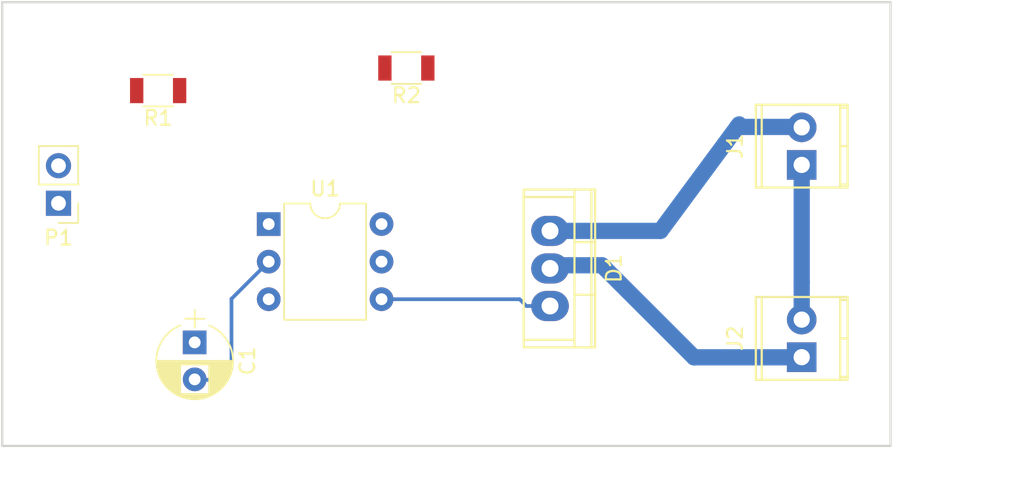
<source format=kicad_pcb>
(kicad_pcb (version 4) (host pcbnew 4.0.5+dfsg1-4)

  (general
    (links 11)
    (no_connects 6)
    (area 54.924999 39.924999 115.075001 70.075001)
    (thickness 1.6)
    (drawings 6)
    (tracks 21)
    (zones 0)
    (modules 8)
    (nets 9)
  )

  (page A4)
  (layers
    (0 F.Cu signal)
    (31 B.Cu jumper)
    (32 B.Adhes user)
    (34 B.Paste user)
    (36 B.SilkS user)
    (38 B.Mask user)
    (40 Dwgs.User user)
    (41 Cmts.User user)
    (42 Eco1.User user)
    (43 Eco2.User user)
    (44 Edge.Cuts user)
    (45 Margin user)
    (46 B.CrtYd user)
    (48 B.Fab user)
  )

  (setup
    (last_trace_width 0.25)
    (trace_clearance 0.2)
    (zone_clearance 0.508)
    (zone_45_only no)
    (trace_min 0.2)
    (segment_width 0.2)
    (edge_width 0.15)
    (via_size 0.6)
    (via_drill 0.4)
    (via_min_size 0.4)
    (via_min_drill 0.3)
    (uvia_size 0.3)
    (uvia_drill 0.1)
    (uvias_allowed no)
    (uvia_min_size 0.2)
    (uvia_min_drill 0.1)
    (pcb_text_width 0.3)
    (pcb_text_size 1.5 1.5)
    (mod_edge_width 0.15)
    (mod_text_size 1 1)
    (mod_text_width 0.15)
    (pad_size 1.524 1.524)
    (pad_drill 0.762)
    (pad_to_mask_clearance 0.2)
    (aux_axis_origin 0 0)
    (visible_elements FFFFFF7F)
    (pcbplotparams
      (layerselection 0x00030_80000001)
      (usegerberextensions false)
      (excludeedgelayer true)
      (linewidth 0.100000)
      (plotframeref false)
      (viasonmask false)
      (mode 1)
      (useauxorigin false)
      (hpglpennumber 1)
      (hpglpenspeed 20)
      (hpglpendiameter 15)
      (hpglpenoverlay 2)
      (psnegative false)
      (psa4output false)
      (plotreference true)
      (plotvalue true)
      (plotinvisibletext false)
      (padsonsilk false)
      (subtractmaskfromsilk false)
      (outputformat 1)
      (mirror false)
      (drillshape 1)
      (scaleselection 1)
      (outputdirectory ""))
  )

  (net 0 "")
  (net 1 "Net-(C1-Pad1)")
  (net 2 "Net-(C1-Pad2)")
  (net 3 "Net-(D1-Pad2)")
  (net 4 "Net-(D1-Pad3)")
  (net 5 "Net-(D1-Pad1)")
  (net 6 "Net-(J1-Pad1)")
  (net 7 "Net-(R1-Pad1)")
  (net 8 "Net-(R2-Pad2)")

  (net_class Default "This is the default net class."
    (clearance 0.2)
    (trace_width 0.25)
    (via_dia 0.6)
    (via_drill 0.4)
    (uvia_dia 0.3)
    (uvia_drill 0.1)
    (add_net "Net-(C1-Pad1)")
    (add_net "Net-(C1-Pad2)")
    (add_net "Net-(D1-Pad2)")
    (add_net "Net-(D1-Pad3)")
    (add_net "Net-(R1-Pad1)")
    (add_net "Net-(R2-Pad2)")
  )

  (net_class 220-10A ""
    (clearance 0.3)
    (trace_width 1.1)
    (via_dia 0.6)
    (via_drill 0.4)
    (uvia_dia 0.3)
    (uvia_drill 0.1)
    (add_net "Net-(D1-Pad1)")
    (add_net "Net-(J1-Pad1)")
  )

  (module Capacitors_THT:CP_Radial_D5.0mm_P2.50mm (layer F.Cu) (tedit 5920C257) (tstamp 596A8562)
    (at 68 63 270)
    (descr "CP, Radial series, Radial, pin pitch=2.50mm, , diameter=5mm, Electrolytic Capacitor")
    (tags "CP Radial series Radial pin pitch 2.50mm  diameter 5mm Electrolytic Capacitor")
    (path /596A7243)
    (fp_text reference C1 (at 1.25 -3.56 270) (layer F.SilkS)
      (effects (font (size 1 1) (thickness 0.15)))
    )
    (fp_text value 10u (at 1.25 3.56 270) (layer F.Fab)
      (effects (font (size 1 1) (thickness 0.15)))
    )
    (fp_text user %R (at 0.775 0 270) (layer F.Fab)
      (effects (font (size 1 1) (thickness 0.15)))
    )
    (fp_line (start -2.2 0) (end -1 0) (layer F.Fab) (width 0.1))
    (fp_line (start -1.6 -0.65) (end -1.6 0.65) (layer F.Fab) (width 0.1))
    (fp_line (start 1.25 -2.55) (end 1.25 2.55) (layer F.SilkS) (width 0.12))
    (fp_line (start 1.29 -2.55) (end 1.29 2.55) (layer F.SilkS) (width 0.12))
    (fp_line (start 1.33 -2.549) (end 1.33 2.549) (layer F.SilkS) (width 0.12))
    (fp_line (start 1.37 -2.548) (end 1.37 2.548) (layer F.SilkS) (width 0.12))
    (fp_line (start 1.41 -2.546) (end 1.41 2.546) (layer F.SilkS) (width 0.12))
    (fp_line (start 1.45 -2.543) (end 1.45 2.543) (layer F.SilkS) (width 0.12))
    (fp_line (start 1.49 -2.539) (end 1.49 2.539) (layer F.SilkS) (width 0.12))
    (fp_line (start 1.53 -2.535) (end 1.53 -0.98) (layer F.SilkS) (width 0.12))
    (fp_line (start 1.53 0.98) (end 1.53 2.535) (layer F.SilkS) (width 0.12))
    (fp_line (start 1.57 -2.531) (end 1.57 -0.98) (layer F.SilkS) (width 0.12))
    (fp_line (start 1.57 0.98) (end 1.57 2.531) (layer F.SilkS) (width 0.12))
    (fp_line (start 1.61 -2.525) (end 1.61 -0.98) (layer F.SilkS) (width 0.12))
    (fp_line (start 1.61 0.98) (end 1.61 2.525) (layer F.SilkS) (width 0.12))
    (fp_line (start 1.65 -2.519) (end 1.65 -0.98) (layer F.SilkS) (width 0.12))
    (fp_line (start 1.65 0.98) (end 1.65 2.519) (layer F.SilkS) (width 0.12))
    (fp_line (start 1.69 -2.513) (end 1.69 -0.98) (layer F.SilkS) (width 0.12))
    (fp_line (start 1.69 0.98) (end 1.69 2.513) (layer F.SilkS) (width 0.12))
    (fp_line (start 1.73 -2.506) (end 1.73 -0.98) (layer F.SilkS) (width 0.12))
    (fp_line (start 1.73 0.98) (end 1.73 2.506) (layer F.SilkS) (width 0.12))
    (fp_line (start 1.77 -2.498) (end 1.77 -0.98) (layer F.SilkS) (width 0.12))
    (fp_line (start 1.77 0.98) (end 1.77 2.498) (layer F.SilkS) (width 0.12))
    (fp_line (start 1.81 -2.489) (end 1.81 -0.98) (layer F.SilkS) (width 0.12))
    (fp_line (start 1.81 0.98) (end 1.81 2.489) (layer F.SilkS) (width 0.12))
    (fp_line (start 1.85 -2.48) (end 1.85 -0.98) (layer F.SilkS) (width 0.12))
    (fp_line (start 1.85 0.98) (end 1.85 2.48) (layer F.SilkS) (width 0.12))
    (fp_line (start 1.89 -2.47) (end 1.89 -0.98) (layer F.SilkS) (width 0.12))
    (fp_line (start 1.89 0.98) (end 1.89 2.47) (layer F.SilkS) (width 0.12))
    (fp_line (start 1.93 -2.46) (end 1.93 -0.98) (layer F.SilkS) (width 0.12))
    (fp_line (start 1.93 0.98) (end 1.93 2.46) (layer F.SilkS) (width 0.12))
    (fp_line (start 1.971 -2.448) (end 1.971 -0.98) (layer F.SilkS) (width 0.12))
    (fp_line (start 1.971 0.98) (end 1.971 2.448) (layer F.SilkS) (width 0.12))
    (fp_line (start 2.011 -2.436) (end 2.011 -0.98) (layer F.SilkS) (width 0.12))
    (fp_line (start 2.011 0.98) (end 2.011 2.436) (layer F.SilkS) (width 0.12))
    (fp_line (start 2.051 -2.424) (end 2.051 -0.98) (layer F.SilkS) (width 0.12))
    (fp_line (start 2.051 0.98) (end 2.051 2.424) (layer F.SilkS) (width 0.12))
    (fp_line (start 2.091 -2.41) (end 2.091 -0.98) (layer F.SilkS) (width 0.12))
    (fp_line (start 2.091 0.98) (end 2.091 2.41) (layer F.SilkS) (width 0.12))
    (fp_line (start 2.131 -2.396) (end 2.131 -0.98) (layer F.SilkS) (width 0.12))
    (fp_line (start 2.131 0.98) (end 2.131 2.396) (layer F.SilkS) (width 0.12))
    (fp_line (start 2.171 -2.382) (end 2.171 -0.98) (layer F.SilkS) (width 0.12))
    (fp_line (start 2.171 0.98) (end 2.171 2.382) (layer F.SilkS) (width 0.12))
    (fp_line (start 2.211 -2.366) (end 2.211 -0.98) (layer F.SilkS) (width 0.12))
    (fp_line (start 2.211 0.98) (end 2.211 2.366) (layer F.SilkS) (width 0.12))
    (fp_line (start 2.251 -2.35) (end 2.251 -0.98) (layer F.SilkS) (width 0.12))
    (fp_line (start 2.251 0.98) (end 2.251 2.35) (layer F.SilkS) (width 0.12))
    (fp_line (start 2.291 -2.333) (end 2.291 -0.98) (layer F.SilkS) (width 0.12))
    (fp_line (start 2.291 0.98) (end 2.291 2.333) (layer F.SilkS) (width 0.12))
    (fp_line (start 2.331 -2.315) (end 2.331 -0.98) (layer F.SilkS) (width 0.12))
    (fp_line (start 2.331 0.98) (end 2.331 2.315) (layer F.SilkS) (width 0.12))
    (fp_line (start 2.371 -2.296) (end 2.371 -0.98) (layer F.SilkS) (width 0.12))
    (fp_line (start 2.371 0.98) (end 2.371 2.296) (layer F.SilkS) (width 0.12))
    (fp_line (start 2.411 -2.276) (end 2.411 -0.98) (layer F.SilkS) (width 0.12))
    (fp_line (start 2.411 0.98) (end 2.411 2.276) (layer F.SilkS) (width 0.12))
    (fp_line (start 2.451 -2.256) (end 2.451 -0.98) (layer F.SilkS) (width 0.12))
    (fp_line (start 2.451 0.98) (end 2.451 2.256) (layer F.SilkS) (width 0.12))
    (fp_line (start 2.491 -2.234) (end 2.491 -0.98) (layer F.SilkS) (width 0.12))
    (fp_line (start 2.491 0.98) (end 2.491 2.234) (layer F.SilkS) (width 0.12))
    (fp_line (start 2.531 -2.212) (end 2.531 -0.98) (layer F.SilkS) (width 0.12))
    (fp_line (start 2.531 0.98) (end 2.531 2.212) (layer F.SilkS) (width 0.12))
    (fp_line (start 2.571 -2.189) (end 2.571 -0.98) (layer F.SilkS) (width 0.12))
    (fp_line (start 2.571 0.98) (end 2.571 2.189) (layer F.SilkS) (width 0.12))
    (fp_line (start 2.611 -2.165) (end 2.611 -0.98) (layer F.SilkS) (width 0.12))
    (fp_line (start 2.611 0.98) (end 2.611 2.165) (layer F.SilkS) (width 0.12))
    (fp_line (start 2.651 -2.14) (end 2.651 -0.98) (layer F.SilkS) (width 0.12))
    (fp_line (start 2.651 0.98) (end 2.651 2.14) (layer F.SilkS) (width 0.12))
    (fp_line (start 2.691 -2.113) (end 2.691 -0.98) (layer F.SilkS) (width 0.12))
    (fp_line (start 2.691 0.98) (end 2.691 2.113) (layer F.SilkS) (width 0.12))
    (fp_line (start 2.731 -2.086) (end 2.731 -0.98) (layer F.SilkS) (width 0.12))
    (fp_line (start 2.731 0.98) (end 2.731 2.086) (layer F.SilkS) (width 0.12))
    (fp_line (start 2.771 -2.058) (end 2.771 -0.98) (layer F.SilkS) (width 0.12))
    (fp_line (start 2.771 0.98) (end 2.771 2.058) (layer F.SilkS) (width 0.12))
    (fp_line (start 2.811 -2.028) (end 2.811 -0.98) (layer F.SilkS) (width 0.12))
    (fp_line (start 2.811 0.98) (end 2.811 2.028) (layer F.SilkS) (width 0.12))
    (fp_line (start 2.851 -1.997) (end 2.851 -0.98) (layer F.SilkS) (width 0.12))
    (fp_line (start 2.851 0.98) (end 2.851 1.997) (layer F.SilkS) (width 0.12))
    (fp_line (start 2.891 -1.965) (end 2.891 -0.98) (layer F.SilkS) (width 0.12))
    (fp_line (start 2.891 0.98) (end 2.891 1.965) (layer F.SilkS) (width 0.12))
    (fp_line (start 2.931 -1.932) (end 2.931 -0.98) (layer F.SilkS) (width 0.12))
    (fp_line (start 2.931 0.98) (end 2.931 1.932) (layer F.SilkS) (width 0.12))
    (fp_line (start 2.971 -1.897) (end 2.971 -0.98) (layer F.SilkS) (width 0.12))
    (fp_line (start 2.971 0.98) (end 2.971 1.897) (layer F.SilkS) (width 0.12))
    (fp_line (start 3.011 -1.861) (end 3.011 -0.98) (layer F.SilkS) (width 0.12))
    (fp_line (start 3.011 0.98) (end 3.011 1.861) (layer F.SilkS) (width 0.12))
    (fp_line (start 3.051 -1.823) (end 3.051 -0.98) (layer F.SilkS) (width 0.12))
    (fp_line (start 3.051 0.98) (end 3.051 1.823) (layer F.SilkS) (width 0.12))
    (fp_line (start 3.091 -1.783) (end 3.091 -0.98) (layer F.SilkS) (width 0.12))
    (fp_line (start 3.091 0.98) (end 3.091 1.783) (layer F.SilkS) (width 0.12))
    (fp_line (start 3.131 -1.742) (end 3.131 -0.98) (layer F.SilkS) (width 0.12))
    (fp_line (start 3.131 0.98) (end 3.131 1.742) (layer F.SilkS) (width 0.12))
    (fp_line (start 3.171 -1.699) (end 3.171 -0.98) (layer F.SilkS) (width 0.12))
    (fp_line (start 3.171 0.98) (end 3.171 1.699) (layer F.SilkS) (width 0.12))
    (fp_line (start 3.211 -1.654) (end 3.211 -0.98) (layer F.SilkS) (width 0.12))
    (fp_line (start 3.211 0.98) (end 3.211 1.654) (layer F.SilkS) (width 0.12))
    (fp_line (start 3.251 -1.606) (end 3.251 -0.98) (layer F.SilkS) (width 0.12))
    (fp_line (start 3.251 0.98) (end 3.251 1.606) (layer F.SilkS) (width 0.12))
    (fp_line (start 3.291 -1.556) (end 3.291 -0.98) (layer F.SilkS) (width 0.12))
    (fp_line (start 3.291 0.98) (end 3.291 1.556) (layer F.SilkS) (width 0.12))
    (fp_line (start 3.331 -1.504) (end 3.331 -0.98) (layer F.SilkS) (width 0.12))
    (fp_line (start 3.331 0.98) (end 3.331 1.504) (layer F.SilkS) (width 0.12))
    (fp_line (start 3.371 -1.448) (end 3.371 -0.98) (layer F.SilkS) (width 0.12))
    (fp_line (start 3.371 0.98) (end 3.371 1.448) (layer F.SilkS) (width 0.12))
    (fp_line (start 3.411 -1.39) (end 3.411 -0.98) (layer F.SilkS) (width 0.12))
    (fp_line (start 3.411 0.98) (end 3.411 1.39) (layer F.SilkS) (width 0.12))
    (fp_line (start 3.451 -1.327) (end 3.451 -0.98) (layer F.SilkS) (width 0.12))
    (fp_line (start 3.451 0.98) (end 3.451 1.327) (layer F.SilkS) (width 0.12))
    (fp_line (start 3.491 -1.261) (end 3.491 1.261) (layer F.SilkS) (width 0.12))
    (fp_line (start 3.531 -1.189) (end 3.531 1.189) (layer F.SilkS) (width 0.12))
    (fp_line (start 3.571 -1.112) (end 3.571 1.112) (layer F.SilkS) (width 0.12))
    (fp_line (start 3.611 -1.028) (end 3.611 1.028) (layer F.SilkS) (width 0.12))
    (fp_line (start 3.651 -0.934) (end 3.651 0.934) (layer F.SilkS) (width 0.12))
    (fp_line (start 3.691 -0.829) (end 3.691 0.829) (layer F.SilkS) (width 0.12))
    (fp_line (start 3.731 -0.707) (end 3.731 0.707) (layer F.SilkS) (width 0.12))
    (fp_line (start 3.771 -0.559) (end 3.771 0.559) (layer F.SilkS) (width 0.12))
    (fp_line (start 3.811 -0.354) (end 3.811 0.354) (layer F.SilkS) (width 0.12))
    (fp_line (start -2.2 0) (end -1 0) (layer F.SilkS) (width 0.12))
    (fp_line (start -1.6 -0.65) (end -1.6 0.65) (layer F.SilkS) (width 0.12))
    (fp_line (start -1.6 -2.85) (end -1.6 2.85) (layer F.CrtYd) (width 0.05))
    (fp_line (start -1.6 2.85) (end 4.1 2.85) (layer F.CrtYd) (width 0.05))
    (fp_line (start 4.1 2.85) (end 4.1 -2.85) (layer F.CrtYd) (width 0.05))
    (fp_line (start 4.1 -2.85) (end -1.6 -2.85) (layer F.CrtYd) (width 0.05))
    (fp_circle (center 1.25 0) (end 3.75 0) (layer F.Fab) (width 0.1))
    (fp_arc (start 1.25 0) (end -1.147436 -0.98) (angle 135.5) (layer F.SilkS) (width 0.12))
    (fp_arc (start 1.25 0) (end -1.147436 0.98) (angle -135.5) (layer F.SilkS) (width 0.12))
    (fp_arc (start 1.25 0) (end 3.647436 -0.98) (angle 44.5) (layer F.SilkS) (width 0.12))
    (pad 1 thru_hole rect (at 0 0 270) (size 1.6 1.6) (drill 0.8) (layers *.Cu *.Mask)
      (net 1 "Net-(C1-Pad1)"))
    (pad 2 thru_hole circle (at 2.5 0 270) (size 1.6 1.6) (drill 0.8) (layers *.Cu *.Mask)
      (net 2 "Net-(C1-Pad2)"))
    (model ${KISYS3DMOD}/Capacitors_THT.3dshapes/CP_Radial_D5.0mm_P2.50mm.wrl
      (at (xyz 0 0 0))
      (scale (xyz 1 1 1))
      (rotate (xyz 0 0 0))
    )
  )

  (module Power_Integrations:TO-220 (layer F.Cu) (tedit 0) (tstamp 596A8573)
    (at 92 58 270)
    (descr "Non Isolated JEDEC TO-220 Package")
    (tags "Power Integration YN Package")
    (path /596A7C62)
    (fp_text reference D1 (at 0 -4.318 270) (layer F.SilkS)
      (effects (font (size 1 1) (thickness 0.15)))
    )
    (fp_text value BTA140-600 (at 0 -4.318 270) (layer F.Fab)
      (effects (font (size 1 1) (thickness 0.15)))
    )
    (fp_line (start 4.826 -1.651) (end 4.826 1.778) (layer F.SilkS) (width 0.15))
    (fp_line (start -4.826 -1.651) (end -4.826 1.778) (layer F.SilkS) (width 0.15))
    (fp_line (start 5.334 -2.794) (end -5.334 -2.794) (layer F.SilkS) (width 0.15))
    (fp_line (start 1.778 -1.778) (end 1.778 -3.048) (layer F.SilkS) (width 0.15))
    (fp_line (start -1.778 -1.778) (end -1.778 -3.048) (layer F.SilkS) (width 0.15))
    (fp_line (start -5.334 -1.651) (end 5.334 -1.651) (layer F.SilkS) (width 0.15))
    (fp_line (start 5.334 1.778) (end -5.334 1.778) (layer F.SilkS) (width 0.15))
    (fp_line (start -5.334 -3.048) (end -5.334 1.778) (layer F.SilkS) (width 0.15))
    (fp_line (start 5.334 -3.048) (end 5.334 1.778) (layer F.SilkS) (width 0.15))
    (fp_line (start 5.334 -3.048) (end -5.334 -3.048) (layer F.SilkS) (width 0.15))
    (pad 2 thru_hole oval (at 0 0 270) (size 2.032 2.54) (drill 1.143) (layers *.Cu *.Mask)
      (net 3 "Net-(D1-Pad2)"))
    (pad 3 thru_hole oval (at 2.54 0 270) (size 2.032 2.54) (drill 1.143) (layers *.Cu *.Mask)
      (net 4 "Net-(D1-Pad3)"))
    (pad 1 thru_hole oval (at -2.54 0 270) (size 2.032 2.54) (drill 1.143) (layers *.Cu *.Mask)
      (net 5 "Net-(D1-Pad1)"))
  )

  (module Housings_DIP:DIP-6_W7.62mm (layer F.Cu) (tedit 58CC8E33) (tstamp 596A8606)
    (at 73 55)
    (descr "6-lead dip package, row spacing 7.62 mm (300 mils)")
    (tags "DIL DIP PDIP 2.54mm 7.62mm 300mil")
    (path /596A6E9F)
    (fp_text reference U1 (at 3.81 -2.39) (layer F.SilkS)
      (effects (font (size 1 1) (thickness 0.15)))
    )
    (fp_text value MOC3063M (at 3.81 7.47) (layer F.Fab)
      (effects (font (size 1 1) (thickness 0.15)))
    )
    (fp_text user %R (at 3.81 2.54) (layer F.Fab)
      (effects (font (size 1 1) (thickness 0.15)))
    )
    (fp_line (start 1.635 -1.27) (end 6.985 -1.27) (layer F.Fab) (width 0.1))
    (fp_line (start 6.985 -1.27) (end 6.985 6.35) (layer F.Fab) (width 0.1))
    (fp_line (start 6.985 6.35) (end 0.635 6.35) (layer F.Fab) (width 0.1))
    (fp_line (start 0.635 6.35) (end 0.635 -0.27) (layer F.Fab) (width 0.1))
    (fp_line (start 0.635 -0.27) (end 1.635 -1.27) (layer F.Fab) (width 0.1))
    (fp_line (start 2.81 -1.39) (end 1.04 -1.39) (layer F.SilkS) (width 0.12))
    (fp_line (start 1.04 -1.39) (end 1.04 6.47) (layer F.SilkS) (width 0.12))
    (fp_line (start 1.04 6.47) (end 6.58 6.47) (layer F.SilkS) (width 0.12))
    (fp_line (start 6.58 6.47) (end 6.58 -1.39) (layer F.SilkS) (width 0.12))
    (fp_line (start 6.58 -1.39) (end 4.81 -1.39) (layer F.SilkS) (width 0.12))
    (fp_line (start -1.1 -1.6) (end -1.1 6.6) (layer F.CrtYd) (width 0.05))
    (fp_line (start -1.1 6.6) (end 8.7 6.6) (layer F.CrtYd) (width 0.05))
    (fp_line (start 8.7 6.6) (end 8.7 -1.6) (layer F.CrtYd) (width 0.05))
    (fp_line (start 8.7 -1.6) (end -1.1 -1.6) (layer F.CrtYd) (width 0.05))
    (fp_arc (start 3.81 -1.39) (end 2.81 -1.39) (angle -180) (layer F.SilkS) (width 0.12))
    (pad 1 thru_hole rect (at 0 0) (size 1.6 1.6) (drill 0.8) (layers *.Cu *.Mask)
      (net 7 "Net-(R1-Pad1)"))
    (pad 4 thru_hole oval (at 7.62 5.08) (size 1.6 1.6) (drill 0.8) (layers *.Cu *.Mask)
      (net 4 "Net-(D1-Pad3)"))
    (pad 2 thru_hole oval (at 0 2.54) (size 1.6 1.6) (drill 0.8) (layers *.Cu *.Mask)
      (net 2 "Net-(C1-Pad2)"))
    (pad 5 thru_hole oval (at 7.62 2.54) (size 1.6 1.6) (drill 0.8) (layers *.Cu *.Mask))
    (pad 3 thru_hole oval (at 0 5.08) (size 1.6 1.6) (drill 0.8) (layers *.Cu *.Mask))
    (pad 6 thru_hole oval (at 7.62 0) (size 1.6 1.6) (drill 0.8) (layers *.Cu *.Mask)
      (net 8 "Net-(R2-Pad2)"))
    (model ${KISYS3DMOD}/Housings_DIP.3dshapes/DIP-6_W7.62mm.wrl
      (at (xyz 0 0 0))
      (scale (xyz 1 1 1))
      (rotate (xyz 0 0 0))
    )
  )

  (module Connectors_Terminal_Blocks:TerminalBlock_Pheonix_MPT-2.54mm_2pol (layer F.Cu) (tedit 0) (tstamp 59779F52)
    (at 109 51 90)
    (descr "2-way 2.54mm pitch terminal block, Phoenix MPT series")
    (path /596A72C0)
    (fp_text reference J1 (at 1.27 -4.50088 90) (layer F.SilkS)
      (effects (font (size 1 1) (thickness 0.15)))
    )
    (fp_text value Screw_Terminal_1x02 (at 1.27 4.50088 90) (layer F.Fab)
      (effects (font (size 1 1) (thickness 0.15)))
    )
    (fp_line (start -1.7 -3.3) (end 4.3 -3.3) (layer F.CrtYd) (width 0.05))
    (fp_line (start -1.7 3.3) (end -1.7 -3.3) (layer F.CrtYd) (width 0.05))
    (fp_line (start 4.3 3.3) (end -1.7 3.3) (layer F.CrtYd) (width 0.05))
    (fp_line (start 4.3 -3.3) (end 4.3 3.3) (layer F.CrtYd) (width 0.05))
    (fp_line (start 4.06908 2.60096) (end -1.52908 2.60096) (layer F.SilkS) (width 0.15))
    (fp_line (start -1.33096 3.0988) (end -1.33096 2.60096) (layer F.SilkS) (width 0.15))
    (fp_line (start 3.87096 2.60096) (end 3.87096 3.0988) (layer F.SilkS) (width 0.15))
    (fp_line (start 1.27 3.0988) (end 1.27 2.60096) (layer F.SilkS) (width 0.15))
    (fp_line (start -1.52908 -2.70002) (end 4.06908 -2.70002) (layer F.SilkS) (width 0.15))
    (fp_line (start -1.52908 3.0988) (end 4.06908 3.0988) (layer F.SilkS) (width 0.15))
    (fp_line (start 4.06908 3.0988) (end 4.06908 -3.0988) (layer F.SilkS) (width 0.15))
    (fp_line (start 4.06908 -3.0988) (end -1.52908 -3.0988) (layer F.SilkS) (width 0.15))
    (fp_line (start -1.52908 -3.0988) (end -1.52908 3.0988) (layer F.SilkS) (width 0.15))
    (pad 2 thru_hole oval (at 2.54 0 90) (size 1.99898 1.99898) (drill 1.09728) (layers *.Cu *.Mask)
      (net 5 "Net-(D1-Pad1)"))
    (pad 1 thru_hole rect (at 0 0 90) (size 1.99898 1.99898) (drill 1.09728) (layers *.Cu *.Mask)
      (net 6 "Net-(J1-Pad1)"))
    (model Terminal_Blocks.3dshapes/TerminalBlock_Pheonix_MPT-2.54mm_2pol.wrl
      (at (xyz 0.05 0 0))
      (scale (xyz 1 1 1))
      (rotate (xyz 0 0 0))
    )
  )

  (module Connectors_Terminal_Blocks:TerminalBlock_Pheonix_MPT-2.54mm_2pol (layer F.Cu) (tedit 0) (tstamp 59779F57)
    (at 109 64 90)
    (descr "2-way 2.54mm pitch terminal block, Phoenix MPT series")
    (path /596A735F)
    (fp_text reference J2 (at 1.27 -4.50088 90) (layer F.SilkS)
      (effects (font (size 1 1) (thickness 0.15)))
    )
    (fp_text value Screw_Terminal_1x02 (at 1.27 4.50088 90) (layer F.Fab)
      (effects (font (size 1 1) (thickness 0.15)))
    )
    (fp_line (start -1.7 -3.3) (end 4.3 -3.3) (layer F.CrtYd) (width 0.05))
    (fp_line (start -1.7 3.3) (end -1.7 -3.3) (layer F.CrtYd) (width 0.05))
    (fp_line (start 4.3 3.3) (end -1.7 3.3) (layer F.CrtYd) (width 0.05))
    (fp_line (start 4.3 -3.3) (end 4.3 3.3) (layer F.CrtYd) (width 0.05))
    (fp_line (start 4.06908 2.60096) (end -1.52908 2.60096) (layer F.SilkS) (width 0.15))
    (fp_line (start -1.33096 3.0988) (end -1.33096 2.60096) (layer F.SilkS) (width 0.15))
    (fp_line (start 3.87096 2.60096) (end 3.87096 3.0988) (layer F.SilkS) (width 0.15))
    (fp_line (start 1.27 3.0988) (end 1.27 2.60096) (layer F.SilkS) (width 0.15))
    (fp_line (start -1.52908 -2.70002) (end 4.06908 -2.70002) (layer F.SilkS) (width 0.15))
    (fp_line (start -1.52908 3.0988) (end 4.06908 3.0988) (layer F.SilkS) (width 0.15))
    (fp_line (start 4.06908 3.0988) (end 4.06908 -3.0988) (layer F.SilkS) (width 0.15))
    (fp_line (start 4.06908 -3.0988) (end -1.52908 -3.0988) (layer F.SilkS) (width 0.15))
    (fp_line (start -1.52908 -3.0988) (end -1.52908 3.0988) (layer F.SilkS) (width 0.15))
    (pad 2 thru_hole oval (at 2.54 0 90) (size 1.99898 1.99898) (drill 1.09728) (layers *.Cu *.Mask)
      (net 6 "Net-(J1-Pad1)"))
    (pad 1 thru_hole rect (at 0 0 90) (size 1.99898 1.99898) (drill 1.09728) (layers *.Cu *.Mask)
      (net 3 "Net-(D1-Pad2)"))
    (model Terminal_Blocks.3dshapes/TerminalBlock_Pheonix_MPT-2.54mm_2pol.wrl
      (at (xyz 0.05 0 0))
      (scale (xyz 1 1 1))
      (rotate (xyz 0 0 0))
    )
  )

  (module Socket_Strips:Socket_Strip_Straight_1x02_Pitch2.54mm (layer F.Cu) (tedit 58CD5446) (tstamp 59779F5C)
    (at 58.801 53.594 180)
    (descr "Through hole straight socket strip, 1x02, 2.54mm pitch, single row")
    (tags "Through hole socket strip THT 1x02 2.54mm single row")
    (path /596A835D)
    (fp_text reference P1 (at 0 -2.33 180) (layer F.SilkS)
      (effects (font (size 1 1) (thickness 0.15)))
    )
    (fp_text value CONN_01X02 (at 0 4.87 180) (layer F.Fab)
      (effects (font (size 1 1) (thickness 0.15)))
    )
    (fp_line (start -1.27 -1.27) (end -1.27 3.81) (layer F.Fab) (width 0.1))
    (fp_line (start -1.27 3.81) (end 1.27 3.81) (layer F.Fab) (width 0.1))
    (fp_line (start 1.27 3.81) (end 1.27 -1.27) (layer F.Fab) (width 0.1))
    (fp_line (start 1.27 -1.27) (end -1.27 -1.27) (layer F.Fab) (width 0.1))
    (fp_line (start -1.33 1.27) (end -1.33 3.87) (layer F.SilkS) (width 0.12))
    (fp_line (start -1.33 3.87) (end 1.33 3.87) (layer F.SilkS) (width 0.12))
    (fp_line (start 1.33 3.87) (end 1.33 1.27) (layer F.SilkS) (width 0.12))
    (fp_line (start 1.33 1.27) (end -1.33 1.27) (layer F.SilkS) (width 0.12))
    (fp_line (start -1.33 0) (end -1.33 -1.33) (layer F.SilkS) (width 0.12))
    (fp_line (start -1.33 -1.33) (end 0 -1.33) (layer F.SilkS) (width 0.12))
    (fp_line (start -1.8 -1.8) (end -1.8 4.35) (layer F.CrtYd) (width 0.05))
    (fp_line (start -1.8 4.35) (end 1.8 4.35) (layer F.CrtYd) (width 0.05))
    (fp_line (start 1.8 4.35) (end 1.8 -1.8) (layer F.CrtYd) (width 0.05))
    (fp_line (start 1.8 -1.8) (end -1.8 -1.8) (layer F.CrtYd) (width 0.05))
    (fp_text user %R (at 0 -2.33 180) (layer F.Fab)
      (effects (font (size 1 1) (thickness 0.15)))
    )
    (pad 1 thru_hole rect (at 0 0 180) (size 1.7 1.7) (drill 1) (layers *.Cu *.Mask)
      (net 2 "Net-(C1-Pad2)"))
    (pad 2 thru_hole oval (at 0 2.54 180) (size 1.7 1.7) (drill 1) (layers *.Cu *.Mask)
      (net 1 "Net-(C1-Pad1)"))
    (model ${KISYS3DMOD}/Socket_Strips.3dshapes/Socket_Strip_Straight_1x02_Pitch2.54mm.wrl
      (at (xyz 0 -0.05 0))
      (scale (xyz 1 1 1))
      (rotate (xyz 0 0 270))
    )
  )

  (module Resistors_SMD:R_1206 (layer F.Cu) (tedit 58E0A804) (tstamp 5977AFE2)
    (at 65.532 45.974 180)
    (descr "Resistor SMD 1206, reflow soldering, Vishay (see dcrcw.pdf)")
    (tags "resistor 1206")
    (path /596A71C3)
    (attr smd)
    (fp_text reference R1 (at 0 -1.85 180) (layer F.SilkS)
      (effects (font (size 1 1) (thickness 0.15)))
    )
    (fp_text value 100 (at 0 1.95 180) (layer F.Fab)
      (effects (font (size 1 1) (thickness 0.15)))
    )
    (fp_text user %R (at 0 0 180) (layer F.Fab)
      (effects (font (size 0.7 0.7) (thickness 0.105)))
    )
    (fp_line (start -1.6 0.8) (end -1.6 -0.8) (layer F.Fab) (width 0.1))
    (fp_line (start 1.6 0.8) (end -1.6 0.8) (layer F.Fab) (width 0.1))
    (fp_line (start 1.6 -0.8) (end 1.6 0.8) (layer F.Fab) (width 0.1))
    (fp_line (start -1.6 -0.8) (end 1.6 -0.8) (layer F.Fab) (width 0.1))
    (fp_line (start 1 1.07) (end -1 1.07) (layer F.SilkS) (width 0.12))
    (fp_line (start -1 -1.07) (end 1 -1.07) (layer F.SilkS) (width 0.12))
    (fp_line (start -2.15 -1.11) (end 2.15 -1.11) (layer F.CrtYd) (width 0.05))
    (fp_line (start -2.15 -1.11) (end -2.15 1.1) (layer F.CrtYd) (width 0.05))
    (fp_line (start 2.15 1.1) (end 2.15 -1.11) (layer F.CrtYd) (width 0.05))
    (fp_line (start 2.15 1.1) (end -2.15 1.1) (layer F.CrtYd) (width 0.05))
    (pad 1 smd rect (at -1.45 0 180) (size 0.9 1.7) (layers F.Cu)
      (net 7 "Net-(R1-Pad1)"))
    (pad 2 smd rect (at 1.45 0 180) (size 0.9 1.7) (layers F.Cu)
      (net 1 "Net-(C1-Pad1)"))
    (model ${KISYS3DMOD}/Resistors_SMD.3dshapes/R_1206.wrl
      (at (xyz 0 0 0))
      (scale (xyz 1 1 1))
      (rotate (xyz 0 0 0))
    )
  )

  (module Resistors_SMD:R_1206 (layer F.Cu) (tedit 58E0A804) (tstamp 5977AFE7)
    (at 82.296 44.45 180)
    (descr "Resistor SMD 1206, reflow soldering, Vishay (see dcrcw.pdf)")
    (tags "resistor 1206")
    (path /596A7123)
    (attr smd)
    (fp_text reference R2 (at 0 -1.85 180) (layer F.SilkS)
      (effects (font (size 1 1) (thickness 0.15)))
    )
    (fp_text value 220 (at 0 1.95 180) (layer F.Fab)
      (effects (font (size 1 1) (thickness 0.15)))
    )
    (fp_text user %R (at 0 0 180) (layer F.Fab)
      (effects (font (size 0.7 0.7) (thickness 0.105)))
    )
    (fp_line (start -1.6 0.8) (end -1.6 -0.8) (layer F.Fab) (width 0.1))
    (fp_line (start 1.6 0.8) (end -1.6 0.8) (layer F.Fab) (width 0.1))
    (fp_line (start 1.6 -0.8) (end 1.6 0.8) (layer F.Fab) (width 0.1))
    (fp_line (start -1.6 -0.8) (end 1.6 -0.8) (layer F.Fab) (width 0.1))
    (fp_line (start 1 1.07) (end -1 1.07) (layer F.SilkS) (width 0.12))
    (fp_line (start -1 -1.07) (end 1 -1.07) (layer F.SilkS) (width 0.12))
    (fp_line (start -2.15 -1.11) (end 2.15 -1.11) (layer F.CrtYd) (width 0.05))
    (fp_line (start -2.15 -1.11) (end -2.15 1.1) (layer F.CrtYd) (width 0.05))
    (fp_line (start 2.15 1.1) (end 2.15 -1.11) (layer F.CrtYd) (width 0.05))
    (fp_line (start 2.15 1.1) (end -2.15 1.1) (layer F.CrtYd) (width 0.05))
    (pad 1 smd rect (at -1.45 0 180) (size 0.9 1.7) (layers F.Cu)
      (net 3 "Net-(D1-Pad2)"))
    (pad 2 smd rect (at 1.45 0 180) (size 0.9 1.7) (layers F.Cu)
      (net 8 "Net-(R2-Pad2)"))
    (model ${KISYS3DMOD}/Resistors_SMD.3dshapes/R_1206.wrl
      (at (xyz 0 0 0))
      (scale (xyz 1 1 1))
      (rotate (xyz 0 0 0))
    )
  )

  (dimension 30 (width 0.3) (layer Margin)
    (gr_text "30.000 mm" (at 121.35 55 90) (layer Margin)
      (effects (font (size 1.5 1.5) (thickness 0.3)))
    )
    (feature1 (pts (xy 115 40) (xy 122.7 40)))
    (feature2 (pts (xy 115 70) (xy 122.7 70)))
    (crossbar (pts (xy 120 70) (xy 120 40)))
    (arrow1a (pts (xy 120 40) (xy 120.586421 41.126504)))
    (arrow1b (pts (xy 120 40) (xy 119.413579 41.126504)))
    (arrow2a (pts (xy 120 70) (xy 120.586421 68.873496)))
    (arrow2b (pts (xy 120 70) (xy 119.413579 68.873496)))
  )
  (dimension 60 (width 0.3) (layer Margin)
    (gr_text "60.000 mm" (at 85 74.35) (layer Margin)
      (effects (font (size 1.5 1.5) (thickness 0.3)))
    )
    (feature1 (pts (xy 115 70) (xy 115 75.7)))
    (feature2 (pts (xy 55 70) (xy 55 75.7)))
    (crossbar (pts (xy 55 73) (xy 115 73)))
    (arrow1a (pts (xy 115 73) (xy 113.873496 73.586421)))
    (arrow1b (pts (xy 115 73) (xy 113.873496 72.413579)))
    (arrow2a (pts (xy 55 73) (xy 56.126504 73.586421)))
    (arrow2b (pts (xy 55 73) (xy 56.126504 72.413579)))
  )
  (gr_line (start 55 70) (end 55 40) (angle 90) (layer Edge.Cuts) (width 0.15))
  (gr_line (start 115 70) (end 55 70) (angle 90) (layer Edge.Cuts) (width 0.15))
  (gr_line (start 115 40) (end 115 70) (angle 90) (layer Edge.Cuts) (width 0.15))
  (gr_line (start 55 40) (end 115 40) (angle 90) (layer Edge.Cuts) (width 0.15))

  (segment (start 68 65.5) (end 68.032 65.532) (width 0.25) (layer B.Cu) (net 2))
  (segment (start 68.032 65.532) (end 69.596 65.532) (width 0.25) (layer B.Cu) (net 2) (tstamp 596FBF3E))
  (segment (start 70.485 60.055) (end 73 57.54) (width 0.25) (layer B.Cu) (net 2) (tstamp 596FBF48))
  (segment (start 70.485 64.643) (end 70.485 60.055) (width 0.25) (layer B.Cu) (net 2) (tstamp 596FBF45))
  (segment (start 69.596 65.532) (end 70.485 64.643) (width 0.25) (layer B.Cu) (net 2) (tstamp 596FBF42))
  (segment (start 91.961 58.039) (end 92 58) (width 0.25) (layer B.Cu) (net 3) (tstamp 596FBF12))
  (segment (start 109 64) (end 108.992 64.008) (width 1.1) (layer B.Cu) (net 3))
  (segment (start 108.992 64.008) (end 101.727 64.008) (width 1.1) (layer B.Cu) (net 3) (tstamp 596FBEB9))
  (segment (start 101.727 64.008) (end 95.504 57.785) (width 1.1) (layer B.Cu) (net 3) (tstamp 596FBEC3))
  (segment (start 95.504 57.785) (end 92.215 57.785) (width 1.1) (layer B.Cu) (net 3) (tstamp 596FBEC7))
  (segment (start 92.215 57.785) (end 92 58) (width 1.1) (layer B.Cu) (net 3) (tstamp 596FBECA))
  (segment (start 89.9447 60.08) (end 90.4047 60.54) (width 0.25) (layer B.Cu) (net 4))
  (segment (start 80.62 60.08) (end 89.9447 60.08) (width 0.25) (layer B.Cu) (net 4))
  (segment (start 92 60.54) (end 90.4047 60.54) (width 0.25) (layer B.Cu) (net 4))
  (segment (start 104.648 48.432041) (end 108.972041 48.432041) (width 1.1) (layer B.Cu) (net 5))
  (segment (start 108.972041 48.432041) (end 109 48.46) (width 1.1) (layer B.Cu) (net 5) (tstamp 59779F7A))
  (segment (start 104.775 48.26) (end 104.648 48.432041) (width 1.1) (layer B.Cu) (net 5))
  (segment (start 104.648 48.432041) (end 99.46 55.46) (width 1.1) (layer B.Cu) (net 5) (tstamp 59779F78))
  (segment (start 99.46 55.46) (end 92 55.46) (width 1.1) (layer B.Cu) (net 5) (tstamp 596FBEA7))
  (segment (start 109 61.46) (end 109 58.92) (width 1.1) (layer B.Cu) (net 6))
  (segment (start 109 58.92) (end 109 51) (width 1.1) (layer B.Cu) (net 6))

)

</source>
